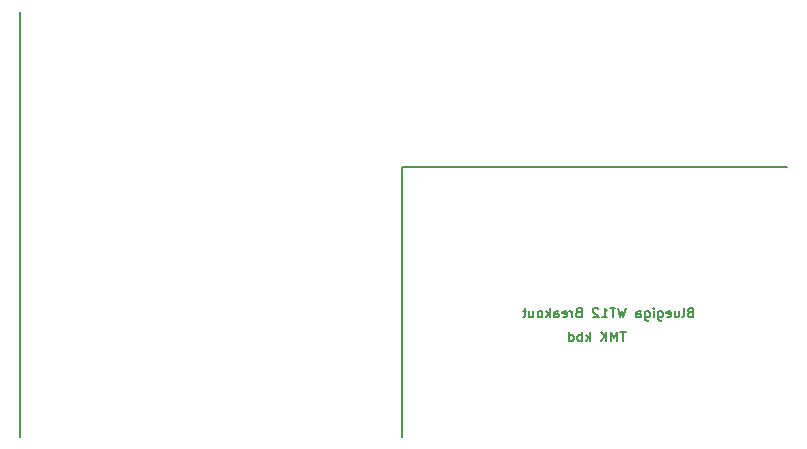
<source format=gbo>
G04 (created by PCBNEW (2013-mar-13)-testing) date Tue 18 Jun 2013 16:13:31 JST*
%MOIN*%
G04 Gerber Fmt 3.4, Leading zero omitted, Abs format*
%FSLAX34Y34*%
G01*
G70*
G90*
G04 APERTURE LIST*
%ADD10C,0.005906*%
%ADD11C,0.007874*%
G04 APERTURE END LIST*
G54D10*
X52478Y-10016D02*
X52433Y-10031D01*
X52418Y-10046D01*
X52403Y-10076D01*
X52403Y-10121D01*
X52418Y-10151D01*
X52433Y-10166D01*
X52463Y-10181D01*
X52583Y-10181D01*
X52583Y-9866D01*
X52478Y-9866D01*
X52448Y-9881D01*
X52433Y-9896D01*
X52418Y-9926D01*
X52418Y-9956D01*
X52433Y-9986D01*
X52448Y-10001D01*
X52478Y-10016D01*
X52583Y-10016D01*
X52223Y-10181D02*
X52253Y-10166D01*
X52268Y-10136D01*
X52268Y-9866D01*
X51968Y-9971D02*
X51968Y-10181D01*
X52103Y-9971D02*
X52103Y-10136D01*
X52088Y-10166D01*
X52058Y-10181D01*
X52013Y-10181D01*
X51983Y-10166D01*
X51968Y-10151D01*
X51698Y-10166D02*
X51728Y-10181D01*
X51788Y-10181D01*
X51818Y-10166D01*
X51833Y-10136D01*
X51833Y-10016D01*
X51818Y-9986D01*
X51788Y-9971D01*
X51728Y-9971D01*
X51698Y-9986D01*
X51683Y-10016D01*
X51683Y-10046D01*
X51833Y-10076D01*
X51413Y-9971D02*
X51413Y-10226D01*
X51428Y-10256D01*
X51443Y-10271D01*
X51473Y-10286D01*
X51518Y-10286D01*
X51548Y-10271D01*
X51413Y-10166D02*
X51443Y-10181D01*
X51503Y-10181D01*
X51533Y-10166D01*
X51548Y-10151D01*
X51563Y-10121D01*
X51563Y-10031D01*
X51548Y-10001D01*
X51533Y-9986D01*
X51503Y-9971D01*
X51443Y-9971D01*
X51413Y-9986D01*
X51263Y-10181D02*
X51263Y-9971D01*
X51263Y-9866D02*
X51278Y-9881D01*
X51263Y-9896D01*
X51248Y-9881D01*
X51263Y-9866D01*
X51263Y-9896D01*
X50978Y-9971D02*
X50978Y-10226D01*
X50993Y-10256D01*
X51008Y-10271D01*
X51038Y-10286D01*
X51083Y-10286D01*
X51113Y-10271D01*
X50978Y-10166D02*
X51008Y-10181D01*
X51068Y-10181D01*
X51098Y-10166D01*
X51113Y-10151D01*
X51128Y-10121D01*
X51128Y-10031D01*
X51113Y-10001D01*
X51098Y-9986D01*
X51068Y-9971D01*
X51008Y-9971D01*
X50978Y-9986D01*
X50693Y-10181D02*
X50693Y-10016D01*
X50708Y-9986D01*
X50738Y-9971D01*
X50798Y-9971D01*
X50828Y-9986D01*
X50693Y-10166D02*
X50723Y-10181D01*
X50798Y-10181D01*
X50828Y-10166D01*
X50843Y-10136D01*
X50843Y-10106D01*
X50828Y-10076D01*
X50798Y-10061D01*
X50723Y-10061D01*
X50693Y-10046D01*
X50333Y-9866D02*
X50258Y-10181D01*
X50198Y-9956D01*
X50138Y-10181D01*
X50063Y-9866D01*
X49988Y-9866D02*
X49808Y-9866D01*
X49898Y-10181D02*
X49898Y-9866D01*
X49538Y-10181D02*
X49718Y-10181D01*
X49628Y-10181D02*
X49628Y-9866D01*
X49658Y-9911D01*
X49688Y-9941D01*
X49718Y-9956D01*
X49418Y-9896D02*
X49403Y-9881D01*
X49373Y-9866D01*
X49298Y-9866D01*
X49268Y-9881D01*
X49253Y-9896D01*
X49238Y-9926D01*
X49238Y-9956D01*
X49253Y-10001D01*
X49433Y-10181D01*
X49238Y-10181D01*
X48758Y-10016D02*
X48713Y-10031D01*
X48698Y-10046D01*
X48683Y-10076D01*
X48683Y-10121D01*
X48698Y-10151D01*
X48713Y-10166D01*
X48743Y-10181D01*
X48863Y-10181D01*
X48863Y-9866D01*
X48758Y-9866D01*
X48728Y-9881D01*
X48713Y-9896D01*
X48698Y-9926D01*
X48698Y-9956D01*
X48713Y-9986D01*
X48728Y-10001D01*
X48758Y-10016D01*
X48863Y-10016D01*
X48548Y-10181D02*
X48548Y-9971D01*
X48548Y-10031D02*
X48533Y-10001D01*
X48518Y-9986D01*
X48488Y-9971D01*
X48458Y-9971D01*
X48233Y-10166D02*
X48263Y-10181D01*
X48323Y-10181D01*
X48353Y-10166D01*
X48368Y-10136D01*
X48368Y-10016D01*
X48353Y-9986D01*
X48323Y-9971D01*
X48263Y-9971D01*
X48233Y-9986D01*
X48218Y-10016D01*
X48218Y-10046D01*
X48368Y-10076D01*
X47949Y-10181D02*
X47949Y-10016D01*
X47964Y-9986D01*
X47994Y-9971D01*
X48053Y-9971D01*
X48083Y-9986D01*
X47949Y-10166D02*
X47979Y-10181D01*
X48053Y-10181D01*
X48083Y-10166D01*
X48098Y-10136D01*
X48098Y-10106D01*
X48083Y-10076D01*
X48053Y-10061D01*
X47979Y-10061D01*
X47949Y-10046D01*
X47799Y-10181D02*
X47799Y-9866D01*
X47769Y-10061D02*
X47679Y-10181D01*
X47679Y-9971D02*
X47799Y-10091D01*
X47499Y-10181D02*
X47529Y-10166D01*
X47544Y-10151D01*
X47559Y-10121D01*
X47559Y-10031D01*
X47544Y-10001D01*
X47529Y-9986D01*
X47499Y-9971D01*
X47454Y-9971D01*
X47424Y-9986D01*
X47409Y-10001D01*
X47394Y-10031D01*
X47394Y-10121D01*
X47409Y-10151D01*
X47424Y-10166D01*
X47454Y-10181D01*
X47499Y-10181D01*
X47124Y-9971D02*
X47124Y-10181D01*
X47259Y-9971D02*
X47259Y-10136D01*
X47244Y-10166D01*
X47214Y-10181D01*
X47169Y-10181D01*
X47139Y-10166D01*
X47124Y-10151D01*
X47019Y-9971D02*
X46899Y-9971D01*
X46974Y-9866D02*
X46974Y-10136D01*
X46959Y-10166D01*
X46929Y-10181D01*
X46899Y-10181D01*
X50329Y-10654D02*
X50149Y-10654D01*
X50239Y-10969D02*
X50239Y-10654D01*
X50044Y-10969D02*
X50044Y-10654D01*
X49940Y-10879D01*
X49835Y-10654D01*
X49835Y-10969D01*
X49685Y-10969D02*
X49685Y-10654D01*
X49505Y-10969D02*
X49640Y-10789D01*
X49505Y-10654D02*
X49685Y-10834D01*
X49130Y-10969D02*
X49130Y-10654D01*
X49100Y-10849D02*
X49010Y-10969D01*
X49010Y-10759D02*
X49130Y-10879D01*
X48875Y-10969D02*
X48875Y-10654D01*
X48875Y-10774D02*
X48845Y-10759D01*
X48785Y-10759D01*
X48755Y-10774D01*
X48740Y-10789D01*
X48725Y-10819D01*
X48725Y-10909D01*
X48740Y-10939D01*
X48755Y-10954D01*
X48785Y-10969D01*
X48845Y-10969D01*
X48875Y-10954D01*
X48455Y-10969D02*
X48455Y-10654D01*
X48455Y-10954D02*
X48485Y-10969D01*
X48545Y-10969D01*
X48575Y-10954D01*
X48590Y-10939D01*
X48605Y-10909D01*
X48605Y-10819D01*
X48590Y-10789D01*
X48575Y-10774D01*
X48545Y-10759D01*
X48485Y-10759D01*
X48455Y-10774D01*
G54D11*
X30157Y-14173D02*
X30157Y0D01*
X42893Y-5157D02*
X42893Y-14173D01*
X55708Y-5157D02*
X42893Y-5157D01*
M02*

</source>
